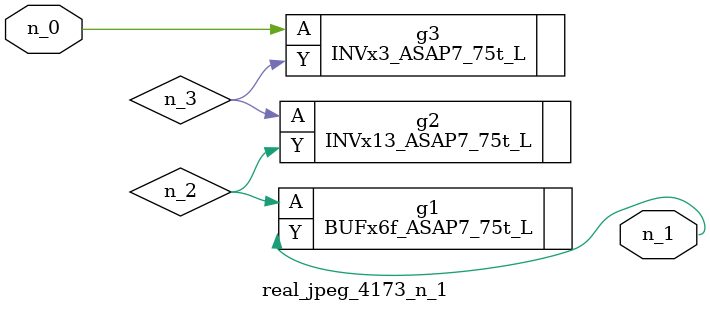
<source format=v>
module real_jpeg_4173_n_1 (n_0, n_1);

input n_0;

output n_1;

wire n_3;
wire n_2;

INVx3_ASAP7_75t_L g3 ( 
.A(n_0),
.Y(n_3)
);

BUFx6f_ASAP7_75t_L g1 ( 
.A(n_2),
.Y(n_1)
);

INVx13_ASAP7_75t_L g2 ( 
.A(n_3),
.Y(n_2)
);


endmodule
</source>
